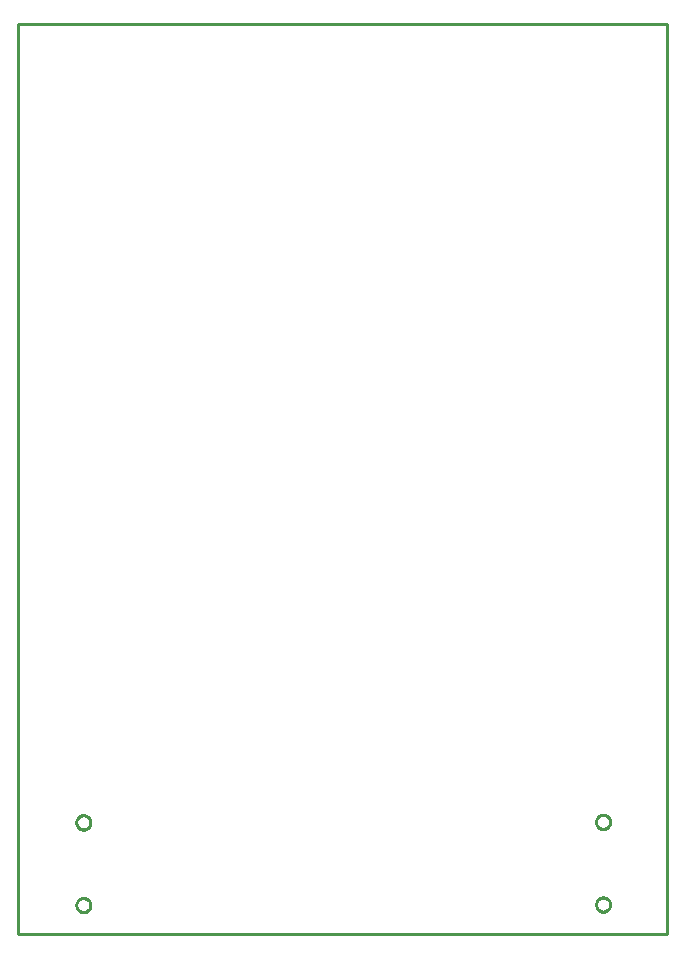
<source format=gbr>
G04 EAGLE Gerber RS-274X export*
G75*
%MOMM*%
%FSLAX34Y34*%
%LPD*%
%IN*%
%IPPOS*%
%AMOC8*
5,1,8,0,0,1.08239X$1,22.5*%
G01*
%ADD10C,0.254000*%


D10*
X0Y0D02*
X550000Y0D01*
X550000Y770000D01*
X0Y770000D01*
X0Y0D01*
X55837Y30200D02*
X56507Y30125D01*
X57164Y29975D01*
X57800Y29752D01*
X58407Y29460D01*
X58978Y29101D01*
X59504Y28681D01*
X59981Y28204D01*
X60401Y27678D01*
X60760Y27107D01*
X61052Y26500D01*
X61275Y25864D01*
X61425Y25207D01*
X61500Y24537D01*
X61500Y23863D01*
X61425Y23193D01*
X61275Y22536D01*
X61052Y21900D01*
X60760Y21293D01*
X60401Y20723D01*
X59981Y20196D01*
X59504Y19719D01*
X58978Y19299D01*
X58407Y18940D01*
X57800Y18648D01*
X57164Y18425D01*
X56507Y18275D01*
X55837Y18200D01*
X55163Y18200D01*
X54493Y18275D01*
X53836Y18425D01*
X53200Y18648D01*
X52593Y18940D01*
X52023Y19299D01*
X51496Y19719D01*
X51019Y20196D01*
X50599Y20723D01*
X50240Y21293D01*
X49948Y21900D01*
X49725Y22536D01*
X49575Y23193D01*
X49500Y23863D01*
X49500Y24537D01*
X49575Y25207D01*
X49725Y25864D01*
X49948Y26500D01*
X50240Y27107D01*
X50599Y27678D01*
X51019Y28204D01*
X51496Y28681D01*
X52023Y29101D01*
X52593Y29460D01*
X53200Y29752D01*
X53836Y29975D01*
X54493Y30125D01*
X55163Y30200D01*
X55837Y30200D01*
X55837Y100200D02*
X56507Y100125D01*
X57164Y99975D01*
X57800Y99752D01*
X58407Y99460D01*
X58978Y99101D01*
X59504Y98681D01*
X59981Y98204D01*
X60401Y97678D01*
X60760Y97107D01*
X61052Y96500D01*
X61275Y95864D01*
X61425Y95207D01*
X61500Y94537D01*
X61500Y93863D01*
X61425Y93193D01*
X61275Y92536D01*
X61052Y91900D01*
X60760Y91293D01*
X60401Y90723D01*
X59981Y90196D01*
X59504Y89719D01*
X58978Y89299D01*
X58407Y88940D01*
X57800Y88648D01*
X57164Y88425D01*
X56507Y88275D01*
X55837Y88200D01*
X55163Y88200D01*
X54493Y88275D01*
X53836Y88425D01*
X53200Y88648D01*
X52593Y88940D01*
X52023Y89299D01*
X51496Y89719D01*
X51019Y90196D01*
X50599Y90723D01*
X50240Y91293D01*
X49948Y91900D01*
X49725Y92536D01*
X49575Y93193D01*
X49500Y93863D01*
X49500Y94537D01*
X49575Y95207D01*
X49725Y95864D01*
X49948Y96500D01*
X50240Y97107D01*
X50599Y97678D01*
X51019Y98204D01*
X51496Y98681D01*
X52023Y99101D01*
X52593Y99460D01*
X53200Y99752D01*
X53836Y99975D01*
X54493Y100125D01*
X55163Y100200D01*
X55837Y100200D01*
X495837Y30700D02*
X496507Y30625D01*
X497164Y30475D01*
X497800Y30252D01*
X498407Y29960D01*
X498978Y29601D01*
X499504Y29181D01*
X499981Y28704D01*
X500401Y28178D01*
X500760Y27607D01*
X501052Y27000D01*
X501275Y26364D01*
X501425Y25707D01*
X501500Y25037D01*
X501500Y24363D01*
X501425Y23693D01*
X501275Y23036D01*
X501052Y22400D01*
X500760Y21793D01*
X500401Y21223D01*
X499981Y20696D01*
X499504Y20219D01*
X498978Y19799D01*
X498407Y19440D01*
X497800Y19148D01*
X497164Y18925D01*
X496507Y18775D01*
X495837Y18700D01*
X495163Y18700D01*
X494493Y18775D01*
X493836Y18925D01*
X493200Y19148D01*
X492593Y19440D01*
X492023Y19799D01*
X491496Y20219D01*
X491019Y20696D01*
X490599Y21223D01*
X490240Y21793D01*
X489948Y22400D01*
X489725Y23036D01*
X489575Y23693D01*
X489500Y24363D01*
X489500Y25037D01*
X489575Y25707D01*
X489725Y26364D01*
X489948Y27000D01*
X490240Y27607D01*
X490599Y28178D01*
X491019Y28704D01*
X491496Y29181D01*
X492023Y29601D01*
X492593Y29960D01*
X493200Y30252D01*
X493836Y30475D01*
X494493Y30625D01*
X495163Y30700D01*
X495837Y30700D01*
X495837Y100700D02*
X496507Y100625D01*
X497164Y100475D01*
X497800Y100252D01*
X498407Y99960D01*
X498978Y99601D01*
X499504Y99181D01*
X499981Y98704D01*
X500401Y98178D01*
X500760Y97607D01*
X501052Y97000D01*
X501275Y96364D01*
X501425Y95707D01*
X501500Y95037D01*
X501500Y94363D01*
X501425Y93693D01*
X501275Y93036D01*
X501052Y92400D01*
X500760Y91793D01*
X500401Y91223D01*
X499981Y90696D01*
X499504Y90219D01*
X498978Y89799D01*
X498407Y89440D01*
X497800Y89148D01*
X497164Y88925D01*
X496507Y88775D01*
X495837Y88700D01*
X495163Y88700D01*
X494493Y88775D01*
X493836Y88925D01*
X493200Y89148D01*
X492593Y89440D01*
X492023Y89799D01*
X491496Y90219D01*
X491019Y90696D01*
X490599Y91223D01*
X490240Y91793D01*
X489948Y92400D01*
X489725Y93036D01*
X489575Y93693D01*
X489500Y94363D01*
X489500Y95037D01*
X489575Y95707D01*
X489725Y96364D01*
X489948Y97000D01*
X490240Y97607D01*
X490599Y98178D01*
X491019Y98704D01*
X491496Y99181D01*
X492023Y99601D01*
X492593Y99960D01*
X493200Y100252D01*
X493836Y100475D01*
X494493Y100625D01*
X495163Y100700D01*
X495837Y100700D01*
M02*

</source>
